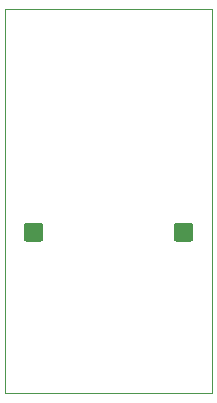
<source format=gbp>
G04 #@! TF.GenerationSoftware,KiCad,Pcbnew,(5.1.5-0-10_14)*
G04 #@! TF.CreationDate,2020-04-13T12:38:15+03:00*
G04 #@! TF.ProjectId,npa700-breakout-b1,6e706137-3030-42d6-9272-65616b6f7574,rev?*
G04 #@! TF.SameCoordinates,Original*
G04 #@! TF.FileFunction,Paste,Bot*
G04 #@! TF.FilePolarity,Positive*
%FSLAX46Y46*%
G04 Gerber Fmt 4.6, Leading zero omitted, Abs format (unit mm)*
G04 Created by KiCad (PCBNEW (5.1.5-0-10_14)) date 2020-04-13 12:38:15*
%MOMM*%
%LPD*%
G04 APERTURE LIST*
%ADD10C,0.010000*%
%ADD11C,0.100000*%
G04 APERTURE END LIST*
D10*
X83250001Y-111000000D02*
X83250000Y-78490000D01*
X100750000Y-78490000D02*
X100749999Y-111000000D01*
X100750000Y-78490000D02*
X83250000Y-78490000D01*
X100749999Y-111000000D02*
X83250001Y-111000000D01*
D11*
G36*
X86269603Y-96550963D02*
G01*
X86289018Y-96553843D01*
X86308057Y-96558612D01*
X86326537Y-96565224D01*
X86344279Y-96573616D01*
X86361114Y-96583706D01*
X86376879Y-96595398D01*
X86391421Y-96608579D01*
X86404602Y-96623121D01*
X86416294Y-96638886D01*
X86426384Y-96655721D01*
X86434776Y-96673463D01*
X86441388Y-96691943D01*
X86446157Y-96710982D01*
X86449037Y-96730397D01*
X86450000Y-96750000D01*
X86450000Y-97950000D01*
X86449037Y-97969603D01*
X86446157Y-97989018D01*
X86441388Y-98008057D01*
X86434776Y-98026537D01*
X86426384Y-98044279D01*
X86416294Y-98061114D01*
X86404602Y-98076879D01*
X86391421Y-98091421D01*
X86376879Y-98104602D01*
X86361114Y-98116294D01*
X86344279Y-98126384D01*
X86326537Y-98134776D01*
X86308057Y-98141388D01*
X86289018Y-98146157D01*
X86269603Y-98149037D01*
X86250000Y-98150000D01*
X85050000Y-98150000D01*
X85030397Y-98149037D01*
X85010982Y-98146157D01*
X84991943Y-98141388D01*
X84973463Y-98134776D01*
X84955721Y-98126384D01*
X84938886Y-98116294D01*
X84923121Y-98104602D01*
X84908579Y-98091421D01*
X84895398Y-98076879D01*
X84883706Y-98061114D01*
X84873616Y-98044279D01*
X84865224Y-98026537D01*
X84858612Y-98008057D01*
X84853843Y-97989018D01*
X84850963Y-97969603D01*
X84850000Y-97950000D01*
X84850000Y-96750000D01*
X84850963Y-96730397D01*
X84853843Y-96710982D01*
X84858612Y-96691943D01*
X84865224Y-96673463D01*
X84873616Y-96655721D01*
X84883706Y-96638886D01*
X84895398Y-96623121D01*
X84908579Y-96608579D01*
X84923121Y-96595398D01*
X84938886Y-96583706D01*
X84955721Y-96573616D01*
X84973463Y-96565224D01*
X84991943Y-96558612D01*
X85010982Y-96553843D01*
X85030397Y-96550963D01*
X85050000Y-96550000D01*
X86250000Y-96550000D01*
X86269603Y-96550963D01*
G37*
G36*
X98969603Y-96550963D02*
G01*
X98989018Y-96553843D01*
X99008057Y-96558612D01*
X99026537Y-96565224D01*
X99044279Y-96573616D01*
X99061114Y-96583706D01*
X99076879Y-96595398D01*
X99091421Y-96608579D01*
X99104602Y-96623121D01*
X99116294Y-96638886D01*
X99126384Y-96655721D01*
X99134776Y-96673463D01*
X99141388Y-96691943D01*
X99146157Y-96710982D01*
X99149037Y-96730397D01*
X99150000Y-96750000D01*
X99150000Y-97950000D01*
X99149037Y-97969603D01*
X99146157Y-97989018D01*
X99141388Y-98008057D01*
X99134776Y-98026537D01*
X99126384Y-98044279D01*
X99116294Y-98061114D01*
X99104602Y-98076879D01*
X99091421Y-98091421D01*
X99076879Y-98104602D01*
X99061114Y-98116294D01*
X99044279Y-98126384D01*
X99026537Y-98134776D01*
X99008057Y-98141388D01*
X98989018Y-98146157D01*
X98969603Y-98149037D01*
X98950000Y-98150000D01*
X97750000Y-98150000D01*
X97730397Y-98149037D01*
X97710982Y-98146157D01*
X97691943Y-98141388D01*
X97673463Y-98134776D01*
X97655721Y-98126384D01*
X97638886Y-98116294D01*
X97623121Y-98104602D01*
X97608579Y-98091421D01*
X97595398Y-98076879D01*
X97583706Y-98061114D01*
X97573616Y-98044279D01*
X97565224Y-98026537D01*
X97558612Y-98008057D01*
X97553843Y-97989018D01*
X97550963Y-97969603D01*
X97550000Y-97950000D01*
X97550000Y-96750000D01*
X97550963Y-96730397D01*
X97553843Y-96710982D01*
X97558612Y-96691943D01*
X97565224Y-96673463D01*
X97573616Y-96655721D01*
X97583706Y-96638886D01*
X97595398Y-96623121D01*
X97608579Y-96608579D01*
X97623121Y-96595398D01*
X97638886Y-96583706D01*
X97655721Y-96573616D01*
X97673463Y-96565224D01*
X97691943Y-96558612D01*
X97710982Y-96553843D01*
X97730397Y-96550963D01*
X97750000Y-96550000D01*
X98950000Y-96550000D01*
X98969603Y-96550963D01*
G37*
M02*

</source>
